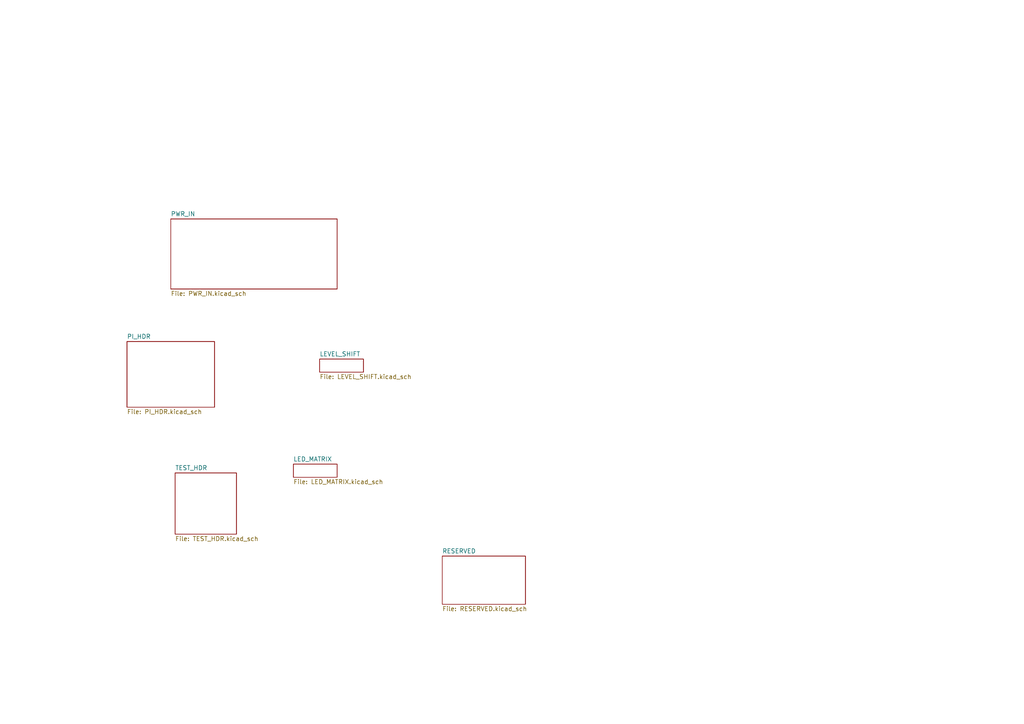
<source format=kicad_sch>
(kicad_sch
	(version 20250114)
	(generator "eeschema")
	(generator_version "9.0")
	(uuid "abfd5b21-46d5-4a7d-ac9f-e61b79b26334")
	(paper "A4")
	(lib_symbols)
	(sheet
		(at 49.53 63.5)
		(size 48.26 20.32)
		(exclude_from_sim no)
		(in_bom yes)
		(on_board yes)
		(dnp no)
		(fields_autoplaced yes)
		(stroke
			(width 0.1524)
			(type solid)
		)
		(fill
			(color 0 0 0 0.0000)
		)
		(uuid "266cdb56-8970-4708-b004-483f97d20a49")
		(property "Sheetname" "PWR_IN"
			(at 49.53 62.7884 0)
			(effects
				(font
					(size 1.27 1.27)
				)
				(justify left bottom)
			)
		)
		(property "Sheetfile" "PWR_IN.kicad_sch"
			(at 49.53 84.4046 0)
			(effects
				(font
					(size 1.27 1.27)
				)
				(justify left top)
			)
		)
		(instances
			(project "LightBox KiCad"
				(path "/abfd5b21-46d5-4a7d-ac9f-e61b79b26334"
					(page "2")
				)
			)
		)
	)
	(sheet
		(at 36.83 99.06)
		(size 25.4 19.05)
		(exclude_from_sim no)
		(in_bom yes)
		(on_board yes)
		(dnp no)
		(fields_autoplaced yes)
		(stroke
			(width 0.1524)
			(type solid)
		)
		(fill
			(color 0 0 0 0.0000)
		)
		(uuid "6691ca9a-fb7e-47fe-b2ac-730d3be62e5f")
		(property "Sheetname" "PI_HDR"
			(at 36.83 98.3484 0)
			(effects
				(font
					(size 1.27 1.27)
				)
				(justify left bottom)
			)
		)
		(property "Sheetfile" "PI_HDR.kicad_sch"
			(at 36.83 118.6946 0)
			(effects
				(font
					(size 1.27 1.27)
				)
				(justify left top)
			)
		)
		(instances
			(project "LightBox KiCad"
				(path "/abfd5b21-46d5-4a7d-ac9f-e61b79b26334"
					(page "3")
				)
			)
		)
	)
	(sheet
		(at 50.8 137.16)
		(size 17.78 17.78)
		(exclude_from_sim no)
		(in_bom yes)
		(on_board yes)
		(dnp no)
		(fields_autoplaced yes)
		(stroke
			(width 0.1524)
			(type solid)
		)
		(fill
			(color 0 0 0 0.0000)
		)
		(uuid "7ffe8534-8dfd-4552-82ec-bd223a505a98")
		(property "Sheetname" "TEST_HDR"
			(at 50.8 136.4484 0)
			(effects
				(font
					(size 1.27 1.27)
				)
				(justify left bottom)
			)
		)
		(property "Sheetfile" "TEST_HDR.kicad_sch"
			(at 50.8 155.5246 0)
			(effects
				(font
					(size 1.27 1.27)
				)
				(justify left top)
			)
		)
		(instances
			(project "LightBox KiCad"
				(path "/abfd5b21-46d5-4a7d-ac9f-e61b79b26334"
					(page "6")
				)
			)
		)
	)
	(sheet
		(at 128.27 161.29)
		(size 24.13 13.97)
		(exclude_from_sim no)
		(in_bom yes)
		(on_board yes)
		(dnp no)
		(fields_autoplaced yes)
		(stroke
			(width 0.1524)
			(type solid)
		)
		(fill
			(color 0 0 0 0.0000)
		)
		(uuid "d6880435-5dc2-4645-aaa1-2b3723c371a6")
		(property "Sheetname" "RESERVED"
			(at 128.27 160.5784 0)
			(effects
				(font
					(size 1.27 1.27)
				)
				(justify left bottom)
			)
		)
		(property "Sheetfile" "RESERVED.kicad_sch"
			(at 128.27 175.8446 0)
			(effects
				(font
					(size 1.27 1.27)
				)
				(justify left top)
			)
		)
		(instances
			(project "LightBox KiCad"
				(path "/abfd5b21-46d5-4a7d-ac9f-e61b79b26334"
					(page "7")
				)
			)
		)
	)
	(sheet
		(at 85.09 134.62)
		(size 12.7 3.81)
		(exclude_from_sim no)
		(in_bom yes)
		(on_board yes)
		(dnp no)
		(fields_autoplaced yes)
		(stroke
			(width 0.1524)
			(type solid)
		)
		(fill
			(color 0 0 0 0.0000)
		)
		(uuid "da548ae6-1646-41a4-918d-3a881af8b4b6")
		(property "Sheetname" "LED_MATRIX"
			(at 85.09 133.9084 0)
			(effects
				(font
					(size 1.27 1.27)
				)
				(justify left bottom)
			)
		)
		(property "Sheetfile" "LED_MATRIX.kicad_sch"
			(at 85.09 139.0146 0)
			(effects
				(font
					(size 1.27 1.27)
				)
				(justify left top)
			)
		)
		(instances
			(project "LightBox KiCad"
				(path "/abfd5b21-46d5-4a7d-ac9f-e61b79b26334"
					(page "5")
				)
			)
		)
	)
	(sheet
		(at 92.71 104.14)
		(size 12.7 3.81)
		(exclude_from_sim no)
		(in_bom yes)
		(on_board yes)
		(dnp no)
		(fields_autoplaced yes)
		(stroke
			(width 0.1524)
			(type solid)
		)
		(fill
			(color 0 0 0 0.0000)
		)
		(uuid "f0123b8f-456d-4b80-8e79-8112cd57432d")
		(property "Sheetname" "LEVEL_SHIFT"
			(at 92.71 103.4284 0)
			(effects
				(font
					(size 1.27 1.27)
				)
				(justify left bottom)
			)
		)
		(property "Sheetfile" "LEVEL_SHIFT.kicad_sch"
			(at 92.71 108.5346 0)
			(effects
				(font
					(size 1.27 1.27)
				)
				(justify left top)
			)
		)
		(instances
			(project "LightBox KiCad"
				(path "/abfd5b21-46d5-4a7d-ac9f-e61b79b26334"
					(page "4")
				)
			)
		)
	)
	(sheet_instances
		(path "/"
			(page "1")
		)
	)
	(embedded_fonts no)
)

</source>
